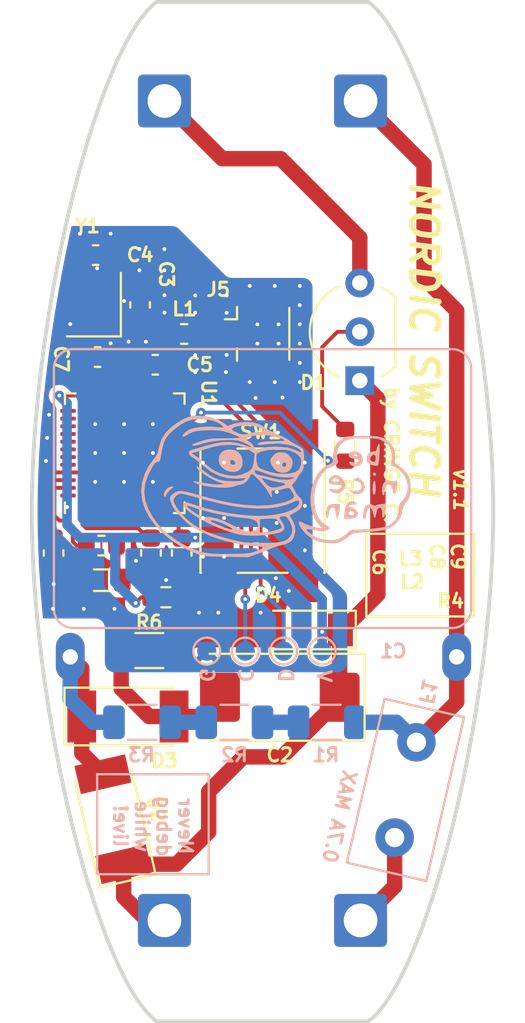
<source format=kicad_pcb>
(kicad_pcb (version 20240108) (generator "pcbnew") (generator_version "8.0")
  (title_block (title "Nordic switch") (date "2024-10-04") (rev "1.1a") (company "dossalab"))
  (layers (0 "F.Cu" signal) (31 "B.Cu" signal) (34 "B.Paste" user) (35 "F.Paste" user) (36 "B.SilkS" user "B.Silkscreen") (37 "F.SilkS" user "F.Silkscreen") (38 "B.Mask" user) (39 "F.Mask" user) (44 "Edge.Cuts" user))
  (net 0 "")
  (net 1 "Net-(J4-Pin_1)")
  (net 2 "Net-(D2-A)")
  (net 3 "+3V3")
  (net 4 "Net-(D3-A)")
  (net 5 "GND")
  (net 6 "Net-(U1-XC1)")
  (net 7 "Net-(U1-XC2)")
  (net 8 "Net-(U1-ANT)")
  (net 9 "Net-(U1-DEC4)")
  (net 10 "Net-(U1-DEC3)")
  (net 11 "Net-(U1-DEC1)")
  (net 12 "Net-(D1-G)")
  (net 13 "Net-(D1-A2)")
  (net 14 "Net-(J2-Pin_1)")
  (net 28 "/SWDIO")
  (net 29 "/SWDCLK")
  (net 32 "/TRIAC_GATE")
  (net 33 "/PUSH_BUTTON")
  (net 35 "/ANT_IMP_MATCHED")
  (net 42 "/DCC")
  (net 48 "Net-(L2-Pad2)")
  (net 49 "Net-(R1-Pad1)")
  (net 55 "Net-(R2-Pad1)")
  (footprint "Connector_Wire:SolderWire-1sqmm_1x01_D1.4mm_OD2.7mm" (layer "F.Cu") (at 149.5 78.4)
    (property "Reference" "J4" (hide yes))
    (property "Value" "Screw_Terminal_01x01")
    (pad "1" thru_hole roundrect (at 0 0) (size 2.75 2.75) (drill 1.75) (layers "*.Cu" "*.Mask") (roundrect_rratio 0.09090909091) (net 1 "Net-(J4-Pin_1)"))
  )
  (footprint "Connector_Wire:SolderWire-1sqmm_1x01_D1.4mm_OD2.7mm" (layer "F.Cu") (at 139.3 121)
    (property "Reference" "J1" (hide yes))
    (property "Value" "Screw_Terminal_01x01")
    (pad "1" thru_hole roundrect (at 0 0) (size 2.75 2.75) (drill 1.75) (layers "*.Cu" "*.Mask") (roundrect_rratio 0.09090909091) (net 3 "+3V3"))
  )
  (footprint "Connector_Wire:SolderWire-1sqmm_1x01_D1.4mm_OD2.7mm" (layer "F.Cu") (at 149.5 121)
    (property "Reference" "J2" (hide yes))
    (property "Value" "Screw_Terminal_01x01")
    (pad "1" thru_hole roundrect (at 0 0) (size 2.75 2.75) (drill 1.75) (layers "*.Cu" "*.Mask") (roundrect_rratio 0.09090909091) (net 14 "Net-(J2-Pin_1)"))
  )
  (footprint "Connector_Wire:SolderWire-1sqmm_1x01_D1.4mm_OD2.7mm" (layer "F.Cu") (at 139.3 78.4)
    (property "Reference" "J3" (hide yes))
    (property "Value" "Screw_Terminal_01x01")
    (pad "1" thru_hole roundrect (at 0 0) (size 2.75 2.75) (drill 1.75) (layers "*.Cu" "*.Mask") (roundrect_rratio 0.09090909091) (net 13 "Net-(D1-A2)"))
  )
  (footprint "Button_Switch_SMD:SW_SPST_PTS645" (layer "F.Cu") (at 144.4 99.7 -90)
    (property "Reference" "SW1" (at -4.1 0.1 0) (layer "F.SilkS") (effects (font (size 0.7 0.7))))
    (property "Value" "Control")
    (pad "1" smd rect (at -3.98 -2.25 270) (size 1.55 1.3) (layers "F.Cu" "F.Paste" "F.Mask") (net 5 "GND"))
    (pad "1" smd rect (at 3.98 -2.25 270) (size 1.55 1.3) (layers "F.Cu" "F.Paste" "F.Mask") (net 5 "GND"))
    (pad "2" smd rect (at -3.98 2.25 270) (size 1.55 1.3) (layers "F.Cu" "F.Paste" "F.Mask") (net 33 "/PUSH_BUTTON"))
    (pad "2" smd rect (at 3.98 2.25 270) (size 1.55 1.3) (layers "F.Cu" "F.Paste" "F.Mask") (net 33 "/PUSH_BUTTON"))
  )
  (footprint "Capacitor_SMD:C_0603_1608Metric" (layer "F.Cu") (at 133.533857 101.900316 -90)
    (property "Reference" "C6" (at -0.300316 -16.966143 -90) (layer "F.SilkS") (effects (font (size 0.7 0.7)) (justify left)))
    (property "Value" "1uF")
    (pad "1" smd roundrect (at -0.775 0 270) (size 0.9 0.95) (layers "F.Cu" "F.Paste" "F.Mask") (net 9 "Net-(U1-DEC4)"))
    (pad "2" smd roundrect (at 0.775 0 270) (size 0.9 0.95) (layers "F.Cu" "F.Paste" "F.Mask") (net 5 "GND"))
  )
  (footprint "Capacitor_SMD:C_0603_1608Metric" (layer "F.Cu") (at 135.821357 91.712816)
    (property "Reference" "C7" (at -1.8875 0.1 -90) (layer "F.SilkS") (effects (font (size 0.7 0.7))))
    (property "Value" "100pF")
    (pad "1" smd roundrect (at -0.775 0) (size 0.9 0.95) (layers "F.Cu" "F.Paste" "F.Mask") (net 10 "Net-(U1-DEC3)"))
    (pad "2" smd roundrect (at 0.775 0) (size 0.9 0.95) (layers "F.Cu" "F.Paste" "F.Mask") (net 5 "GND"))
  )
  (footprint "Capacitor_SMD:C_0603_1608Metric" (layer "F.Cu") (at 138.6 101.9 -90)
    (property "Reference" "C8" (at -0.600316 -14.866143 -90) (layer "F.SilkS") (effects (font (size 0.7 0.7)) (justify left)))
    (property "Value" "100n")
    (pad "1" smd roundrect (at -0.775 0 270) (size 0.9 0.95) (layers "F.Cu" "F.Paste" "F.Mask") (net 11 "Net-(U1-DEC1)"))
    (pad "2" smd roundrect (at 0.775 0 270) (size 0.9 0.95) (layers "F.Cu" "F.Paste" "F.Mask") (net 5 "GND"))
  )
  (footprint "Capacitor_SMD:C_0603_1608Metric" (layer "F.Cu") (at 140.2 101.9 -90)
    (property "Reference" "C9" (at -0.600316 -14.366143 -90) (layer "F.SilkS") (effects (font (size 0.7 0.7)) (justify left)))
    (property "Value" "100n")
    (pad "1" smd roundrect (at -0.775 0 270) (size 0.9 0.95) (layers "F.Cu" "F.Paste" "F.Mask") (net 3 "+3V3"))
    (pad "2" smd roundrect (at 0.775 0 270) (size 0.9 0.95) (layers "F.Cu" "F.Paste" "F.Mask") (net 5 "GND"))
  )
  (footprint "Capacitor_SMD:C_0603_1608Metric" (layer "F.Cu") (at 138.033857 89.000316 -90)
    (property "Reference" "C3" (at -1.600316 -1.366143 -90) (layer "F.SilkS") (effects (font (size 0.7 0.7))))
    (property "Value" "18pf")
    (pad "1" smd roundrect (at -0.775 0 270) (size 0.9 0.95) (layers "F.Cu" "F.Paste" "F.Mask") (net 5 "GND"))
    (pad "2" smd roundrect (at 0.775 0 270) (size 0.9 0.95) (layers "F.Cu" "F.Paste" "F.Mask") (net 6 "Net-(U1-XC1)"))
  )
  (footprint "Capacitor_SMD:C_0603_1608Metric" (layer "F.Cu") (at 135.721357 86.412816 180)
    (property "Reference" "C4" (at -2.3125 0.012816 0) (layer "F.SilkS") (effects (font (size 0.7 0.7))))
    (property "Value" "18pf")
    (pad "1" smd roundrect (at -0.775 0 180) (size 0.9 0.95) (layers "F.Cu" "F.Paste" "F.Mask") (net 5 "GND"))
    (pad "2" smd roundrect (at 0.775 0 180) (size 0.9 0.95) (layers "F.Cu" "F.Paste" "F.Mask") (net 7 "Net-(U1-XC2)"))
  )
  (footprint "Inductor_SMD:L_0603_1608Metric" (layer "F.Cu") (at 136.021357 101.512816 180)
    (property "Reference" "L3" (at -15.378643 -0.687184 0) (layer "F.SilkS") (effects (font (size 0.7 0.7)) (justify left)))
    (property "Value" "15nH")
    (pad "1" smd roundrect (at -0.7875 0 180) (size 0.875 0.95) (layers "F.Cu" "F.Paste" "F.Mask") (net 48 "Net-(L2-Pad2)"))
    (pad "2" smd roundrect (at 0.7875 0 180) (size 0.875 0.95) (layers "F.Cu" "F.Paste" "F.Mask") (net 42 "/DCC"))
  )
  (footprint "Package_DFN_QFN:QFN-48-1EP_6x6mm_P0.4mm_EP4.6x4.6mm" (layer "F.Cu") (at 137.233857 96.712816 90)
    (property "Reference" "U1" (at 3.112816 4.366143 -90) (layer "F.SilkS") (effects (font (size 0.7 0.7))))
    (property "Value" "nRF52832-QFxx")
    (pad "1" smd roundrect (at -2.95 -2.2 90) (size 0.8 0.2) (layers "F.Cu" "F.Paste" "F.Mask") (net 11 "Net-(U1-DEC1)"))
    (pad "2" smd roundrect (at -2.95 -1.8 90) (size 0.8 0.2) (layers "F.Cu" "F.Paste" "F.Mask"))
    (pad "3" smd roundrect (at -2.95 -1.4 90) (size 0.8 0.2) (layers "F.Cu" "F.Paste" "F.Mask"))
    (pad "4" smd roundrect (at -2.95 -1 90) (size 0.8 0.2) (layers "F.Cu" "F.Paste" "F.Mask"))
    (pad "5" smd roundrect (at -2.95 -0.6 90) (size 0.8 0.2) (layers "F.Cu" "F.Paste" "F.Mask"))
    (pad "6" smd roundrect (at -2.95 -0.2 90) (size 0.8 0.2) (layers "F.Cu" "F.Paste" "F.Mask"))
    (pad "7" smd roundrect (at -2.95 0.2 90) (size 0.8 0.2) (layers "F.Cu" "F.Paste" "F.Mask"))
    (pad "8" smd roundrect (at -2.95 0.6 90) (size 0.8 0.2) (layers "F.Cu" "F.Paste" "F.Mask"))
    (pad "9" smd roundrect (at -2.95 1 90) (size 0.8 0.2) (layers "F.Cu" "F.Paste" "F.Mask"))
    (pad "10" smd roundrect (at -2.95 1.4 90) (size 0.8 0.2) (layers "F.Cu" "F.Paste" "F.Mask"))
    (pad "11" smd roundrect (at -2.95 1.8 90) (size 0.8 0.2) (layers "F.Cu" "F.Paste" "F.Mask"))
    (pad "12" smd roundrect (at -2.95 2.2 90) (size 0.8 0.2) (layers "F.Cu" "F.Paste" "F.Mask"))
    (pad "13" smd roundrect (at -2.2 2.95 90) (size 0.2 0.8) (layers "F.Cu" "F.Paste" "F.Mask") (net 3 "+3V3"))
    (pad "14" smd roundrect (at -1.8 2.95 90) (size 0.2 0.8) (layers "F.Cu" "F.Paste" "F.Mask"))
    (pad "15" smd roundrect (at -1.4 2.95 90) (size 0.2 0.8) (layers "F.Cu" "F.Paste" "F.Mask"))
    (pad "16" smd roundrect (at -1 2.95 90) (size 0.2 0.8) (layers "F.Cu" "F.Paste" "F.Mask"))
    (pad "17" smd roundrect (at -0.6 2.95 90) (size 0.2 0.8) (layers "F.Cu" "F.Paste" "F.Mask"))
    (pad "18" smd roundrect (at -0.2 2.95 90) (size 0.2 0.8) (layers "F.Cu" "F.Paste" "F.Mask"))
    (pad "19" smd roundrect (at 0.2 2.95 90) (size 0.2 0.8) (layers "F.Cu" "F.Paste" "F.Mask"))
    (pad "20" smd roundrect (at 0.6 2.95 90) (size 0.2 0.8) (layers "F.Cu" "F.Paste" "F.Mask"))
    (pad "21" smd roundrect (at 1 2.95 90) (size 0.2 0.8) (layers "F.Cu" "F.Paste" "F.Mask"))
    (pad "22" smd roundrect (at 1.4 2.95 90) (size 0.2 0.8) (layers "F.Cu" "F.Paste" "F.Mask") (net 33 "/PUSH_BUTTON"))
    (pad "23" smd roundrect (at 1.8 2.95 90) (size 0.2 0.8) (layers "F.Cu" "F.Paste" "F.Mask") (net 32 "/TRIAC_GATE"))
    (pad "24" smd roundrect (at 2.2 2.95 90) (size 0.2 0.8) (layers "F.Cu" "F.Paste" "F.Mask"))
    (pad "25" smd roundrect (at 2.95 2.2 90) (size 0.8 0.2) (layers "F.Cu" "F.Paste" "F.Mask") (net 29 "/SWDCLK"))
    (pad "26" smd roundrect (at 2.95 1.8 90) (size 0.8 0.2) (layers "F.Cu" "F.Paste" "F.Mask") (net 28 "/SWDIO"))
    (pad "27" smd roundrect (at 2.95 1.4 90) (size 0.8 0.2) (layers "F.Cu" "F.Paste" "F.Mask"))
    (pad "28" smd roundrect (at 2.95 1 90) (size 0.8 0.2) (layers "F.Cu" "F.Paste" "F.Mask"))
    (pad "29" smd roundrect (at 2.95 0.6 90) (size 0.8 0.2) (layers "F.Cu" "F.Paste" "F.Mask"))
    (pad "30" smd roundrect (at 2.95 0.2 90) (size 0.8 0.2) (layers "F.Cu" "F.Paste" "F.Mask") (net 8 "Net-(U1-ANT)"))
    (pad "31" smd roundrect (at 2.95 -0.2 90) (size 0.8 0.2) (layers "F.Cu" "F.Paste" "F.Mask") (net 5 "GND"))
    (pad "32" smd roundrect (at 2.95 -0.6 90) (size 0.8 0.2) (layers "F.Cu" "F.Paste" "F.Mask"))
    (pad "33" smd roundrect (at 2.95 -1 90) (size 0.8 0.2) (layers "F.Cu" "F.Paste" "F.Mask") (net 10 "Net-(U1-DEC3)"))
    (pad "34" smd roundrect (at 2.95 -1.4 90) (size 0.8 0.2) (layers "F.Cu" "F.Paste" "F.Mask") (net 6 "Net-(U1-XC1)"))
    (pad "35" smd roundrect (at 2.95 -1.8 90) (size 0.8 0.2) (layers "F.Cu" "F.Paste" "F.Mask") (net 7 "Net-(U1-XC2)"))
    (pad "36" smd roundrect (at 2.95 -2.2 90) (size 0.8 0.2) (layers "F.Cu" "F.Paste" "F.Mask") (net 3 "+3V3"))
    (pad "37" smd roundrect (at 2.2 -2.95 90) (size 0.2 0.8) (layers "F.Cu" "F.Paste" "F.Mask"))
    (pad "38" smd roundrect (at 1.8 -2.95 90) (size 0.2 0.8) (layers "F.Cu" "F.Paste" "F.Mask"))
    (pad "39" smd roundrect (at 1.4 -2.95 90) (size 0.2 0.8) (layers "F.Cu" "F.Paste" "F.Mask"))
    (pad "40" smd roundrect (at 1 -2.95 90) (size 0.2 0.8) (layers "F.Cu" "F.Paste" "F.Mask"))
    (pad "41" smd roundrect (at 0.6 -2.95 90) (size 0.2 0.8) (layers "F.Cu" "F.Paste" "F.Mask"))
    (pad "42" smd roundrect (at 0.2 -2.95 90) (size 0.2 0.8) (layers "F.Cu" "F.Paste" "F.Mask"))
    (pad "43" smd roundrect (at -0.2 -2.95 90) (size 0.2 0.8) (layers "F.Cu" "F.Paste" "F.Mask"))
    (pad "44" smd roundrect (at -0.6 -2.95 90) (size 0.2 0.8) (layers "F.Cu" "F.Paste" "F.Mask"))
    (pad "45" smd roundrect (at -1 -2.95 90) (size 0.2 0.8) (layers "F.Cu" "F.Paste" "F.Mask") (net 5 "GND"))
    (pad "46" smd roundrect (at -1.4 -2.95 90) (size 0.2 0.8) (layers "F.Cu" "F.Paste" "F.Mask") (net 9 "Net-(U1-DEC4)"))
    (pad "47" smd roundrect (at -1.8 -2.95 90) (size 0.2 0.8) (layers "F.Cu" "F.Paste" "F.Mask") (net 42 "/DCC"))
    (pad "48" smd roundrect (at -2.2 -2.95 90) (size 0.2 0.8) (layers "F.Cu" "F.Paste" "F.Mask") (net 3 "+3V3"))
    (pad "49" smd rect (at 0 0 90) (size 4.6 4.6) (layers "F.Cu" "F.Mask") (net 5 "GND"))
  )
  (footprint "Crystal:Crystal_SMD_2520-4Pin_2.5x2.0mm" (layer "F.Cu") (at 135.633857 88.987816 90)
    (property "Reference" "Y1" (at 4.087816 -0.333857 0) (layer "F.SilkS") (effects (font (size 0.7 0.7))))
    (property "Value" "Crystal_GND24")
    (pad "1" smd rect (at -0.875 0.7 90) (size 1.15 1) (layers "F.Cu" "F.Paste" "F.Mask") (net 6 "Net-(U1-XC1)"))
    (pad "2" smd rect (at 0.875 0.7 90) (size 1.15 1) (layers "F.Cu" "F.Paste" "F.Mask") (net 5 "GND"))
    (pad "3" smd rect (at 0.875 -0.7 90) (size 1.15 1) (layers "F.Cu" "F.Paste" "F.Mask") (net 7 "Net-(U1-XC2)"))
    (pad "4" smd rect (at -0.875 -0.7 90) (size 1.15 1) (layers "F.Cu" "F.Paste" "F.Mask") (net 5 "GND"))
  )
  (footprint "Capacitor_Tantalum_SMD:CP_EIA-7343-30_AVX-N" (layer "F.Cu") (at 145.3 109.4 180)
    (property "Reference" "C2" (at 0 -3 0) (layer "F.SilkS") (effects (font (size 0.7 0.7))))
    (property "Value" "220uF 10V")
    (pad "1" smd roundrect (at -3.1125 0 180) (size 2.075 2.55) (layers "F.Cu" "F.Paste" "F.Mask") (roundrect_rratio 0.1204819277) (net 3 "+3V3"))
    (pad "2" smd roundrect (at 3.1125 0 180) (size 2.075 2.55) (layers "F.Cu" "F.Paste" "F.Mask") (roundrect_rratio 0.1204819277) (net 4 "Net-(D3-A)"))
  )
  (footprint "Diode_SMD:D_MiniMELF" (layer "F.Cu") (at 146.7 105.9 180)
    (property "Reference" "D4" (at 2 1.8 0) (layer "F.SilkS") (effects (font (size 0.7 0.7))))
    (property "Value" "3v3")
    (pad "1" smd rect (at -1.75 0 180) (size 1.3 1.7) (layers "F.Cu" "F.Paste" "F.Mask") (net 3 "+3V3"))
    (pad "2" smd rect (at 1.75 0 180) (size 1.3 1.7) (layers "F.Cu" "F.Paste" "F.Mask") (net 5 "GND"))
  )
  (footprint "Diode_SMD:D_MELF" (layer "F.Cu") (at 136.639883 115.738488 103)
    (property "Reference" "D2" (at 0 2.3 -77) (layer "F.SilkS") (effects (font (size 0.7 0.7))))
    (property "Value" "SM4007")
    (pad "1" smd rect (at -2.4 0 103) (size 1.5 2.7) (layers "F.Cu" "F.Paste" "F.Mask") (net 3 "+3V3"))
    (pad "2" smd rect (at 2.4 0 103) (size 1.5 2.7) (layers "F.Cu" "F.Paste" "F.Mask") (net 2 "Net-(D2-A)"))
  )
  (footprint "Diode_SMD:D_MELF" (layer "F.Cu") (at 137.4 110.4)
    (property "Reference" "D3" (at 1.9 2.3 0) (layer "F.SilkS") (effects (font (size 0.7 0.7))))
    (property "Value" "SM4007")
    (pad "1" smd rect (at -2.4 0) (size 1.5 2.7) (layers "F.Cu" "F.Paste" "F.Mask") (net 2 "Net-(D2-A)"))
    (pad "2" smd rect (at 2.4 0) (size 1.5 2.7) (layers "F.Cu" "F.Paste" "F.Mask") (net 4 "Net-(D3-A)"))
  )
  (footprint "Resistor_SMD:R_1206_3216Metric" (layer "F.Cu") (at 138.51 106.97 180)
    (property "Reference" "R6" (at 0.01 1.47 0) (layer "F.SilkS") (effects (font (size 0.7 0.7))))
    (property "Value" "51R")
    (pad "1" smd roundrect (at -1.4625 0 180) (size 1.125 1.75) (layers "F.Cu" "F.Paste" "F.Mask") (roundrect_rratio 0.2222222222) (net 5 "GND"))
    (pad "2" smd roundrect (at 1.4625 0 180) (size 1.125 1.75) (layers "F.Cu" "F.Paste" "F.Mask") (roundrect_rratio 0.2222222222) (net 4 "Net-(D3-A)"))
  )
  (footprint "Resistor_SMD:R_0603_1608Metric" (layer "F.Cu") (at 148.7 96.3 -90)
    (property "Reference" "R5" (at 2.4 0 -90) (layer "F.SilkS") (effects (font (size 0.7 0.7))))
    (property "Value" "1K")
    (pad "1" smd roundrect (at -0.825 0 270) (size 0.8 0.95) (layers "F.Cu" "F.Paste" "F.Mask") (net 12 "Net-(D1-G)"))
    (pad "2" smd roundrect (at 0.825 0 270) (size 0.8 0.95) (layers "F.Cu" "F.Paste" "F.Mask") (net 32 "/TRIAC_GATE"))
  )
  (footprint "Package_TO_SOT_THT:TO-92_Inline_Wide" (layer "F.Cu") (at 149.46 92.94 90)
    (property "Reference" "D1" (at -0.1 -2.4 0) (layer "F.SilkS") (effects (font (size 0.7 0.7))))
    (property "Value" "Z0103")
    (pad "1" thru_hole rect (at 0 0 90) (size 1.5 1.5) (drill 0.8) (layers "*.Cu" "*.Mask") (net 3 "+3V3"))
    (pad "2" thru_hole circle (at 2.54 0 90) (size 1.5 1.5) (drill 0.8) (layers "*.Cu" "*.Mask") (net 12 "Net-(D1-G)"))
    (pad "3" thru_hole circle (at 5.08 0 90) (size 1.5 1.5) (drill 0.8) (layers "*.Cu" "*.Mask") (net 13 "Net-(D1-A2)"))
  )
  (footprint "Resistor_SMD:R_0603_1608Metric" (layer "F.Cu") (at 139.375 104.2 180)
    (property "Reference" "R4" (at -14.025 -0.2 0) (layer "F.SilkS") (effects (font (size 0.7 0.7)) (justify left)))
    (property "Value" "100k")
    (pad "1" smd roundrect (at -0.825 0 180) (size 0.8 0.95) (layers "F.Cu" "F.Paste" "F.Mask") (net 33 "/PUSH_BUTTON"))
    (pad "2" smd roundrect (at 0.825 0 180) (size 0.8 0.95) (layers "F.Cu" "F.Paste" "F.Mask") (net 3 "+3V3"))
  )
  (footprint "Connector_Coaxial:U.FL_Hirose_U.FL-R-SMT-1_Vertical" (layer "F.Cu") (at 143.958857 90.507816)
    (property "Reference" "J5" (at -1.858857 -2.307816 0) (layer "F.SilkS") (effects (font (size 0.7 0.7))))
    (property "Value" "IPX")
    (pad "1" smd rect (at -1.05 0) (size 1.05 1) (layers "F.Cu" "F.Paste" "F.Mask") (net 35 "/ANT_IMP_MATCHED"))
    (pad "2" smd rect (at 0.475 -1.475) (size 2.2 1.05) (layers "F.Cu" "F.Paste" "F.Mask") (net 5 "GND"))
    (pad "2" smd rect (at 0.475 1.475) (size 2.2 1.05) (layers "F.Cu" "F.Paste" "F.Mask") (net 5 "GND"))
  )
  (footprint "MountingHole:MountingHole_3.2mm_M3" (layer "F.Cu") (at 144.4 84.25)
    (property "Reference" "H1" (hide yes))
    (property "Value" "MountingHole")
    (pad "" np_thru_hole circle (at 0 0) (size 3.2 3.2) (drill 3.2) (layers "*.Cu" "*.Mask"))
  )
  (footprint "MountingHole:MountingHole_3.2mm_M3" (layer "F.Cu") (at 144.4 115.25)
    (property "Reference" "H2" (hide yes))
    (property "Value" "MountingHole")
    (pad "" np_thru_hole circle (at 0 0) (size 3.2 3.2) (drill 3.2) (layers "*.Cu" "*.Mask"))
  )
  (footprint "Capacitor_SMD:C_0603_1608Metric" (layer "F.Cu") (at 138.821357 92.112816 180)
    (property "Reference" "C5" (at -2.3125 0 0) (layer "F.SilkS") (effects (font (size 0.7 0.7))))
    (property "Value" "0.8pF")
    (pad "1" smd roundrect (at -0.775 0 180) (size 0.9 0.95) (layers "F.Cu" "F.Paste" "F.Mask") (net 8 "Net-(U1-ANT)"))
    (pad "2" smd roundrect (at 0.775 0 180) (size 0.9 0.95) (layers "F.Cu" "F.Paste" "F.Mask") (net 5 "GND"))
  )
  (footprint "Inductor_SMD:L_0603_1608Metric" (layer "F.Cu") (at 140.321357 90.512816)
    (property "Reference" "L1" (at 0.0125 -1.3 0) (layer "F.SilkS") (effects (font (size 0.7 0.7))))
    (property "Value" "3.9nH")
    (pad "1" smd roundrect (at -0.7875 0) (size 0.875 0.95) (layers "F.Cu" "F.Paste" "F.Mask") (net 8 "Net-(U1-ANT)"))
    (pad "2" smd roundrect (at 0.7875 0) (size 0.875 0.95) (layers "F.Cu" "F.Paste" "F.Mask") (net 35 "/ANT_IMP_MATCHED"))
  )
  (footprint "Inductor_SMD:L_0805_2012Metric" (layer "F.Cu") (at 136.0375 103.312816)
    (property "Reference" "L2" (at 15.428643 0.087184 0) (layer "F.SilkS") (effects (font (size 0.7 0.7)) (justify left)))
    (property "Value" "10uH")
    (pad "1" smd roundrect (at -1.0625 0) (size 0.875 1.2) (layers "F.Cu" "F.Paste" "F.Mask") (net 9 "Net-(U1-DEC4)"))
    (pad "2" smd roundrect (at 1.0625 0) (size 0.875 1.2) (layers "F.Cu" "F.Paste" "F.Mask") (net 48 "Net-(L2-Pad2)"))
  )
  (footprint "nordic-switch:CP_CBB_684J_400V_Flat" (layer "B.Cu") (at 144.4 107.4 180)
    (property "Reference" "C1" (at -6.8 0.4 0) (layer "B.SilkS") (effects (font (size 0.7 0.7)) (justify mirror)))
    (property "Value" "220n 600V")
    (pad "1" thru_hole oval (at -10.1 0.1 180) (size 1.5 2.5) (drill 0.8) (layers "*.Cu" "*.Mask") (net 1 "Net-(J4-Pin_1)"))
    (pad "2" thru_hole oval (at 10 0.1 180) (size 1.5 2.5) (drill 0.8) (layers "*.Cu" "*.Mask") (net 2 "Net-(D2-A)"))
  )
  (footprint "TestPoint:TestPoint_Pad_D1.0mm" (layer "B.Cu") (at 143.5 107)
    (property "Reference" "TP1" (hide yes))
    (property "Value" "SWCLK")
    (pad "1" smd circle (at 0 0) (size 1 1) (layers "B.Cu" "B.Mask") (net 29 "/SWDCLK"))
  )
  (footprint "TestPoint:TestPoint_Pad_D1.0mm" (layer "B.Cu") (at 145.5 107)
    (property "Reference" "TP2" (hide yes))
    (property "Value" "SWDIO")
    (pad "1" smd circle (at 0 0) (size 1 1) (layers "B.Cu" "B.Mask") (net 28 "/SWDIO"))
  )
  (footprint "TestPoint:TestPoint_Pad_D1.0mm" (layer "B.Cu") (at 141.5 107)
    (property "Reference" "TP4" (hide yes))
    (property "Value" "GND")
    (pad "1" smd circle (at 0 0) (size 1 1) (layers "B.Cu" "B.Mask") (net 5 "GND"))
  )
  (footprint "nordic-switch:Pepe-Logo" (layer "B.Cu") (at 145.1 98.4 180)
    (property "Reference" "G***" (hide yes))
    (property "Value" "LOGO" (hide yes))
  )
  (footprint "Fuse:Fuse_Littelfuse_395Series" (layer "B.Cu") (at 152.405141 111.740509 -103)
    (property "Reference" "F1" (at -2.706647 0.014372 -103) (layer "B.SilkS") (effects (font (size 0.7 0.7)) (justify mirror)))
    (property "Value" "0.7A")
    (pad "1" thru_hole circle (at 0 0 257) (size 2 2) (drill 1) (layers "*.Cu" "*.Mask") (net 1 "Net-(J4-Pin_1)"))
    (pad "2" thru_hole circle (at 5.08 -0.01 257) (size 2 2) (drill 1) (layers "*.Cu" "*.Mask") (net 14 "Net-(J2-Pin_1)"))
  )
  (footprint "Resistor_SMD:R_1206_3216Metric" (layer "B.Cu") (at 147.7375 110.7)
    (property "Reference" "R1" (at -0.0375 1.7 0) (layer "B.SilkS") (effects (font (size 0.7 0.7)) (justify mirror)))
    (property "Value" "470K")
    (pad "1" smd roundrect (at -1.4625 0) (size 1.125 1.75) (layers "B.Cu" "B.Paste" "B.Mask") (roundrect_rratio 0.2222222222) (net 49 "Net-(R1-Pad1)"))
    (pad "2" smd roundrect (at 1.4625 0) (size 1.125 1.75) (layers "B.Cu" "B.Paste" "B.Mask") (roundrect_rratio 0.2222222222) (net 1 "Net-(J4-Pin_1)"))
  )
  (footprint "Resistor_SMD:R_1206_3216Metric" (layer "B.Cu") (at 142.9375 110.7)
    (property "Reference" "R2" (at 0 1.7 0) (layer "B.SilkS") (effects (font (size 0.7 0.7)) (justify mirror)))
    (property "Value" "470K")
    (pad "1" smd roundrect (at -1.4625 0) (size 1.125 1.75) (layers "B.Cu" "B.Paste" "B.Mask") (roundrect_rratio 0.2222222222) (net 55 "Net-(R2-Pad1)"))
    (pad "2" smd roundrect (at 1.4625 0) (size 1.125 1.75) (layers "B.Cu" "B.Paste" "B.Mask") (roundrect_rratio 0.2222222222) (net 49 "Net-(R1-Pad1)"))
  )
  (footprint "TestPoint:TestPoint_Pad_D1.0mm" (layer "B.Cu") (at 147.5 107 180)
    (property "Reference" "TP3" (hide yes))
    (property "Value" "VCC")
    (pad "1" smd circle (at 0 0 180) (size 1 1) (layers "B.Cu" "B.Mask") (net 3 "+3V3"))
  )
  (footprint "Resistor_SMD:R_1206_3216Metric" (layer "B.Cu") (at 138.1375 110.7)
    (property "Reference" "R3" (at -0.0375 1.7 0) (layer "B.SilkS") (effects (font (size 0.7 0.7)) (justify mirror)))
    (property "Value" "470K")
    (pad "1" smd roundrect (at -1.4625 0) (size 1.125 1.75) (layers "B.Cu" "B.Paste" "B.Mask") (roundrect_rratio 0.2222222222) (net 2 "Net-(D2-A)"))
    (pad "2" smd roundrect (at 1.4625 0) (size 1.125 1.75) (layers "B.Cu" "B.Paste" "B.Mask") (roundrect_rratio 0.2222222222) (net 55 "Net-(R2-Pad1)"))
  )
  (gr_rect (start 135.8 113.4) (end 141.6 118.6) (stroke (width 0.12)) (fill none) (layer "B.SilkS"))
  (gr_rect (start 149.8 100.9) (end 155.4 105.2) (stroke (width 0.12)) (fill none) (layer "F.SilkS"))
  (gr_curve (pts (xy 138.9 126.25) (xy 135.8727 124.0723) (xy 132.4 110.1927) (xy 132.4 99.75)) (stroke (width 0.2)) (layer "Edge.Cuts"))
  (gr_curve (pts (xy 156.4 99.75) (xy 156.4 110.1927) (xy 152.9273 124.0723) (xy 149.9 126.25)) (stroke (width 0.2)) (layer "Edge.Cuts"))
  (gr_curve (pts (xy 149.9 126.25) (xy 149.9 126.25) (xy 138.9 126.25) (xy 138.9 126.25)) (stroke (width 0.2)) (layer "Edge.Cuts"))
  (gr_curve (pts (xy 149.9 73.25) (xy 152.9273 75.4277) (xy 156.4 89.3073) (xy 156.4 99.75)) (stroke (width 0.2)) (layer "Edge.Cuts"))
  (gr_curve (pts (xy 132.4 99.75) (xy 132.4 89.3073) (xy 135.8727 75.4277) (xy 138.9 73.25)) (stroke (width 0.2)) (layer "Edge.Cuts"))
  (gr_curve (pts (xy 138.9 73.25) (xy 138.9 73.25) (xy 149.9 73.25) (xy 149.9 73.25)) (stroke (width 0.2)) (layer "Edge.Cuts"))
  (gr_text "G" (at 141.5 108.7 270) (layer "B.SilkS") (effects (font (size 0.7 0.7)) (justify left mirror)))
  (gr_text "D" (at 145.6 108.7 270) (layer "B.SilkS") (effects (font (size 0.7 0.7)) (justify left mirror)))
  (gr_text "V" (at 147.6 108.7 270) (layer "B.SilkS") (effects (font (size 0.7 0.7)) (justify left mirror)))
  (gr_text "0.7A MAX" (at 148.4 115.6 257) (layer "B.SilkS") (effects (font (size 0.7 0.7)) (justify mirror)))
  (gr_text "C" (at 143.5 108.7 270) (layer "B.SilkS") (effects (font (size 0.7 0.7)) (justify left mirror)))
  (gr_text "Never\ndebug\nwhile\nlive!\n" (at 138.7 116.1 270) (layer "B.SilkS") (effects (font (size 0.7 0.7)) (justify mirror)))
  (gr_text "NORDIC SWITCH" (at 152.8 90.8 270) (layer "F.SilkS") (effects (font (size 1.4 1.4) (thickness 0.3) (italic yes))))
  (gr_text "by CRINGE C." (at 151.1 96.8 270) (layer "F.SilkS") (effects (font (size 0.7 0.7))))
  (gr_text "v1.1" (at 154.7 98.6 270) (layer "F.SilkS") (effects (font (size 0.7 0.7) (thickness 0.15) (italic yes))))
  (segment (start 154.5 89.3) (end 154.5 107.3) (width 0.8) (layer "F.Cu") (net 1))
  (segment (start 152.8 87.6) (end 154.5 89.3) (width 0.8) (layer "F.Cu") (net 1))
  (segment (start 154.5 109.64565) (end 152.405141 111.740509) (width 0.8) (layer "F.Cu") (net 1))
  (segment (start 149.5 78.4) (end 152.8 81.7) (width 0.8) (layer "F.Cu") (net 1))
  (segment (start 154.5 107.3) (end 154.5 109.64565) (width 0.8) (layer "F.Cu") (net 1))
  (segment (start 152.8 81.7) (end 152.8 87.6) (width 0.8) (layer "F.Cu") (net 1))
  (segment (start 151.364632 110.7) (end 152.405141 111.740509) (width 0.8) (layer "B.Cu") (net 1))
  (segment (start 149.2 110.7) (end 151.364632 110.7) (width 0.8) (layer "B.Cu") (net 1))
  (segment (start 136.1 113.4) (end 135 112.3) (width 0.8) (layer "F.Cu") (net 2))
  (segment (start 134.4 107.3) (end 135 107.9) (width 0.8) (layer "F.Cu") (net 2))
  (segment (start 135 112.3) (end 135 110.4) (width 0.8) (layer "F.Cu") (net 2))
  (segment (start 135 107.9) (end 135 110.4) (width 0.8) (layer "F.Cu") (net 2))
  (segment (start 135.6 110.7) (end 136.675 110.7) (width 0.8) (layer "B.Cu") (net 2))
  (segment (start 134.4 107.3) (end 134.4 109.5) (width 0.8) (layer "B.Cu") (net 2))
  (segment (start 134.4 109.5) (end 135.6 110.7) (width 0.8) (layer "B.Cu") (net 2))
  (segment (start 134.983857 93.712816) (end 135.033857 93.762816) (width 0.2) (layer "F.Cu") (net 3))
  (segment (start 148.4125 106.0375) (end 150.4 104.05) (width 0.8) (layer "F.Cu") (net 3))
  (segment (start 141.6 116.4) (end 139.923024 118.076976) (width 0.8) (layer "F.Cu") (net 3))
  (segment (start 140.9 101.1) (end 140.874684 101.125316) (width 0.2) (layer "F.Cu") (net 3))
  (segment (start 140.033857 101.125316) (end 140.033857 100.333857) (width 0.2) (layer "F.Cu") (net 3))
  (segment (start 148.4125 106.0375) (end 148.45 106) (width 0.8) (layer "F.Cu") (net 3))
  (segment (start 138.1 104.2) (end 137.8 104.5) (width 0.2) (layer "F.Cu") (net 3))
  (segment (start 139.923024 118.076976) (end 137.179766 118.076976) (width 0.8) (layer "F.Cu") (net 3))
  (segment (start 134.233857 98.962816) (end 134.283857 98.912816) (width 0.2) (layer "F.Cu") (net 3))
  (segment (start 133.833857 93.712816) (end 134.983857 93.712816) (width 0.2) (layer "F.Cu") (net 3))
  (segment (start 145.4125 112.5) (end 143.4 112.5) (width 0.8) (layer "F.Cu") (net 3))
  (segment (start 150.4 93.88) (end 149.46 92.94) (width 0.8) (layer "F.Cu") (net 3))
  (segment (start 148.4125 106.0375) (end 148.4125 109.5) (width 0.8) (layer "F.Cu") (net 3))
  (segment (start 150.4 104.05) (end 150.4 93.88) (width 0.8) (layer "F.Cu") (net 3))
  (segment (start 148.4125 109.5) (end 145.4125 112.5) (width 0.8) (layer "F.Cu") (net 3))
  (segment (start 134.233857 99.512816) (end 134.233857 98.962816) (width 0.2) (layer "F.Cu") (net 3))
  (segment (start 140.183857 100.183857) (end 140.183857 98.912816) (width 0.2) (layer "F.Cu") (net 3))
  (segment (start 137.179766 119.779766) (end 137.179766 118.076976) (width 0.8) (layer "F.Cu") (net 3))
  (segment (start 148.25 106) (end 148.5 105.75) (width 0.8) (layer "F.Cu") (net 3))
  (segment (start 138.3 120.9) (end 137.179766 119.779766) (width 0.8) (layer "F.Cu") (net 3))
  (segment (start 140.874684 101.125316) (end 140.033857 101.125316) (width 0.2) (layer "F.Cu") (net 3))
  (segment (start 147.5 106) (end 148.45 106) (width 0.5) (layer "F.Cu") (net 3))
  (segment (start 143.4 112.5) (end 141.6 114.3) (width 0.8) (layer "F.Cu") (net 3))
  (segment (start 138.55 104.2) (end 138.1 104.2) (width 0.2) (layer "F.Cu") (net 3))
  (segment (start 139.3 121) (end 138.3 121) (width 0.8) (layer "F.Cu") (net 3))
  (segment (start 141.6 114.3) (end 141.6 116.4) (width 0.8) (layer "F.Cu") (net 3))
  (segment (start 140.033857 100.333857) (end 140.183857 100.183857) (width 0.2) (layer "F.Cu") (net 3))
  (via (at 147.5 106) (size 0.5) (drill 0.2) (layers "F.Cu" "B.Cu") (net 3))
  (via (at 140.9 101.1) (size 0.5) (drill 0.2) (layers "F.Cu" "B.Cu") (net 3))
  (via (at 137.8 104.5) (size 0.5) (drill 0.2) (layers "F.Cu" "B.Cu") (net 3))
  (via (at 133.833857 93.712816) (size 0.5) (drill 0.2) (layers "F.Cu" "B.Cu") (net 3))
  (via (at 134.233857 99.512816) (size 0.5) (drill 0.2) (layers "F.Cu" "B.Cu") (net 3))
  (segment (start 136.72 101.11) (end 136.72 103.42) (width 0.5) (layer "B.Cu") (net 3))
  (segment (start 144.3 101.1) (end 145.4 102.2) (width 0.5) (layer "B.Cu") (net 3))
  (segment (start 134.233857 94.112816) (end 133.833857 93.712816) (width 0.5) (layer "B.Cu") (net 3))
  (segment (start 137.5 101.1) (end 134.9 101.1) (width 0.5) (layer "B.Cu") (net 3))
  (segment (start 136.72 103.42) (end 137.8 104.5) (width 0.5) (layer "B.Cu") (net 3))
  (segment (start 140.9 101.1) (end 137.5 101.1) (width 0.5) (layer "B.Cu") (net 3))
  (segment (start 140.9 101.1) (end 144.3 101.1) (width 0.5) (layer "B.Cu") (net 3))
  (segment (start 134.9 101.1) (end 134.233857 100.433857) (width 0.5) (layer "B.Cu") (net 3))
  (segment (start 147.5 104.3) (end 147.5 106) (width 0.5) (layer "B.Cu") (net 3))
  (segment (start 147.5 106) (end 147.5 107) (width 0.5) (layer "B.Cu") (net 3))
  (segment (start 145.4 102.2) (end 147.5 104.3) (width 0.5) (layer "B.Cu") (net 3))
  (segment (start 134.233857 100.433857) (end 134.233857 94.112816) (width 0.5) (layer "B.Cu") (net 3))
  (segment (start 139.8 110.4) (end 141.1875 110.4) (width 0.8) (layer "F.Cu") (net 4))
  (segment (start 137.0475 108.9475) (end 138.5 110.4) (width 0.8) (layer "F.Cu") (net 4))
  (segment (start 141.1875 110.4) (end 142.1875 109.4) (width 0.8) (layer "F.Cu") (net 4))
  (segment (start 138.5 110.4) (end 139.8 110.4) (width 0.8) (layer "F.Cu") (net 4))
  (segment (start 137.0475 106.97) (end 137.0475 108.9475) (width 0.8) (layer "F.Cu") (net 4))
  (segment (start 137.033857 93.762816) (end 137.033857 96.512816) (width 0.2) (layer "F.Cu") (net 5))
  (segment (start 136.233857 97.712816) (end 137.233857 96.712816) (width 0.2) (layer "F.Cu") (net 5))
  (segment (start 135.534346 88.988305) (end 135.808368 88.988305) (width 0.2) (layer "F.Cu") (net 5))
  (segment (start 137.033857 93.762816) (end 137.033857 93.012816) (width 0.2) (layer "F.Cu") (net 5))
  (segment (start 134.283857 97.712816) (end 136.233857 97.712816) (width 0.2) (layer "F.Cu") (net 5))
  (segment (start 134.933857 89.862816) (end 134.933857 89.588794) (width 0.2) (layer "F.Cu") (net 5))
  (segment (start 137.033857 96.512816) (end 137.233857 96.712816) (width 0.2) (layer "F.Cu") (net 5))
  (segment (start 134.283857 97.712816) (end 133.333857 97.712816) (width 0.2) (layer "F.Cu") (net 5))
  (segment (start 137.033857 93.012816) (end 137.933857 92.112816) (width 0.2) (layer "F.Cu") (net 5))
  (segment (start 134.933857 89.588794) (end 135.534346 88.988305) (width 0.2) (layer "F.Cu") (net 5))
  (segment (start 137.933857 92.112816) (end 138.046357 92.112816) (width 0.2) (layer "F.Cu") (net 5))
  (segment (start 133.333857 97.712816) (end 133.133857 97.512816) (width 0.2) (layer "F.Cu") (net 5))
  (segment (start 136.333857 88.462816) (end 136.333857 88.112816) (width 0.2) (layer "F.Cu") (net 5))
  (segment (start 135.808368 88.988305) (end 136.333857 88.462816) (width 0.2) (layer "F.Cu") (net 5))
  (via (at 143.733857 93.012816) (size 0.5) (drill 0.2) (layers "F.Cu" "B.Cu") (net 5))
  (via (at 141.3 100.08) (size 0.5) (drill 0.2) (layers "F.Cu" "B.Cu") (net 5))
  (via (at 145.44 93.82) (size 0.5) (drill 0.2) (layers "F.Cu" "B.Cu") (net 5))
  (via (at 142.4 102.09) (size 0.5) (drill 0.2) (layers "F.Cu" "B.Cu") (net 5))
  (via (at 146.333857 90.012816) (size 0.5) (drill 0.2) (layers "F.Cu" "B.Cu") (net 5))
  (via (at 135.7 96.7) (size 0.5) (drill 0.2) (layers "F.Cu" "B.Cu") (net 5))
  (via (at 133.5 104.8) (size 0.5) (drill 0.2) (layers "F.Cu" "B.Cu") (net 5))
  (via (at 143.733857 88.012816) (size 0.5) (drill 0.2) (layers "F.Cu" "B.Cu") (net 5))
  (via (at 140.9 88.512816) (size 0.5) (drill 0.2) (layers "F.Cu" "B.Cu") (net 5))
  (via (at 146.6 99.45) (size 0.5) (drill 0.2) (layers "F.Cu" "B.Cu") (net 5))
  (via (at 135.1 104.8) (size 0.5) (drill 0.2) (layers "F.Cu" "B.Cu") (net 5))
  (via (at 145.09 103.21) (size 0.5) (drill 0.2) (layers "F.Cu" "B.Cu") (net 5))
  (via (at 137.2 88.8) (size 0.5) (drill 0.2) (layers "F.Cu" "B.Cu") (net 5))
  (via (at 133.2 95.912816) (size 0.5) (drill 0.2) (layers "F.Cu" "B.Cu") (net 5))
  (via (at 142.533857 89.412816) (size 0.5) (drill 0.2) (layers "F.Cu" "B.Cu") (net 5))
  (via (at 142.533857 88.512816) (size 0.5) (drill 0.2) (layers "F.Cu" "B.Cu") (net 5))
  (via (at 138 86.1) (size 0.5) (drill 0.2) (layers "F.Cu" "B.Cu") (net 5))
  (via (at 145.033857 88.012816) (size 0.5) (drill 0.2) (layers "F.Cu" "B.Cu") (net 5))
  (via (at 135.7 95.2) (size 0.5) (drill 0.2) (layers "F.Cu" "B.Cu") (net 5))
  (via (at 145.233857 91.012816) (size 0.5) (drill 0.2) (layers "F.Cu" "B.Cu") (net 5))
  (via (at 145.77 103.87) (size 0.5) (drill 0.2) (layers "F.Cu" "B.Cu") (net 5))
  (via (at 137.2 98.2) (size 0.5) (drill 0.2) (layers "F.Cu" "B.Cu") (net 5))
  (via (at 146.333857 89.012816) (size 0.5) (drill 0.2) (layers "F.Cu" "B.Cu") (net 5))
  (via (at 136.5 85.3) (size 0.5) (drill 0.2) (layers "F.Cu" "B.Cu") (net 5))
  (via (at 137.82 102.3) (size 0.5) (drill 0.2) (layers "F.Cu" "B.Cu") (net 5))
  (via (at 142.4 100.08) (size 0.5) (drill 0.2) (layers "F.Cu" "B.Cu") (net 5))
  (via (at 146.333857 88.012816) (size 0.5) (drill 0.2) (layers "F.Cu" "B.Cu") (net 5))
  (via (at 136.7 104.8) (size 0.5) (drill 0.2) (layers "F.Cu" "B.Cu") (net 5))
  (via (at 139.3 87.2) (size 0.5) (drill 0.2) (layers "F.Cu" "B.Cu") (net 5))
  (via (at 144.04 93.84) (size 0.5) (drill 0.2) (layers "F.Cu" "B.Cu") (net 5))
  (via (at 136.5 91) (size 0.5) (drill 0.2) (layers "F.Cu" "B.Cu") (net 5))
  (via (at 141.3 97.2) (size 0.5) (drill 0.2) (layers "F.Cu" "B.Cu") (net 5))
  (via (at 145.14 98.72) (size 0.5) (drill 0.2) (layers "F.Cu" "B.Cu") (net 5))
  (via (at 145.2 95.64) (size 0.5) (drill 0.2) (layers "F.Cu" "B.Cu") (net 5))
  (via (at 146.333857 92.012816) (size 0.5) (drill 0.2) (layers "F.Cu" "B.Cu") (net 5))
  (via (at 142.5 92.5) (size 0.5) (drill 0.2) (layers "F.Cu" "B.Cu") (net 5))
  (via (at 138 87.2) (size 0.5) (drill 0.2) (layers "F.Cu" "B.Cu") (net 5))
  (via (at 137.433857 90.912816) (size 0.5) (drill 0.2) (layers "F.Cu" "B.Cu") (net 5))
  (via (at 146.6 97.2) (size 0.5) (drill 0.2) (layers "F.Cu" "B.Cu") (net 5))
  (via (at 145.2 97.2) (size 0.5) (drill 0.2) (layers "F.Cu" "B.Cu") (net 5))
  (via (at 145.14 100.34) (size 0.5) (drill 0.2) (layers "F.Cu" "B.Cu") (net 5))
  (via (at 141.3 102.09) (size 0.5) (drill 0.2) (layers "F.Cu" "B.Cu") (net 5))
  (via (at 137.2 96.7) (size 0.5) (drill 0.2) (layers "F.Cu" "B.Cu") (net 5))
  (via (at 138.333857 90.912816) (size 0.5) (drill 0.2) (layers "F.Cu" "B.Cu") (net 5))
  (via (at 146.6 101.76) (size 0.5) (drill 0.2) (layers "F.Cu" "B.Cu") (net 5))
  (via (at 146.333857 91.012816) (size 0.5) (drill 0.2) (layers "F.Cu" "B.Cu") (net 5))
  (via (at 139.39 103.31) (size 0.5) (drill 0.2) (layers "F.Cu" "B.Cu") (net 5))
  (via (at 140.9 91.612816) (size 0.5) (drill 0.2) (layers "F.Cu" "B.Cu") (net 5))
  (via (at 144.133857 91.012816) (size 0.5) (drill 0.2) (layers "F.Cu" "B.Cu") (net 5))
  (via (at 135.7 98.2) (size 0.5) (drill 0.2) (layers "F.Cu" "B.Cu") (net 5))
  (via (at 134.9 85.3) (size 0.5) (drill 0.2) (layers "F.Cu" "B.Cu") (net 5))
  (via (at 138.7 96.7) (size 0.5) (drill 0.2) (layers "F.Cu" "B.Cu") (net 5))
  (via (at 142.1 105) (size 0.5) (drill 0.2) (layers "F.Cu" "B.Cu") (net 5))
  (via (at 140.9 89.4) (size 0.5) (drill 0.2) (layers "F.Cu" "B.Cu") (net 5))
  (via (at 137.2 95.2) (size 0.5) (drill 0.2) (layers "F.Cu" "B.Cu") (net 5))
  (via (at 133.133857 97.112816) (size 0.5) (drill 0.2) (layers "F.Cu" "B.Cu") (net 5))
  (via (at 138.7 98.2) (size 0.5) (drill 0.2) (layers "F.Cu" "B.Cu") (net 5))
  (via (at 144.3 105) (size 0.5) (drill 0.2) (layers "F.Cu" "B.Cu") (net 5))
  (via (at 133.3 94.712816) (size 0.5) (drill 0.2) (layers "F.Cu" "B.Cu") (net 5))
  (via (at 135.8 87.1) (size 0.5) (drill 0.2) (layers "F.Cu" "B.Cu") (net 5))
  (via (at 139.3 89.4) (size 0.5) (drill 0.2) (layers "F.Cu" "B.Cu") (net 5))
  (via (at 140.9 92.5) (size 0.5) (drill 0.2) (layers "F.Cu" "B.Cu") (net 5))
  (via (at 142.4 97.2) (size 0.5) (drill 0.2) (layers "F.Cu" "B.Cu") (net 5))
  (via (at 146.333857 93.012816) (size 0.5) (drill 0.2) (layers "F.Cu" "B.Cu") (net 5))
  (via (at 145.033857 93.012816) (size 0.5) (drill 0.2) (layers "F.Cu" "B.Cu") (net 5))
  (via (at 144.133857 90.012816) (size 0.5) (drill 0.2) (layers "F.Cu" "B.Cu") (net 5))
  (via (at 134.4 90) (size 0.5) (drill 0.2) (layers "F.Cu" "B.Cu") (net 5))
  (via (at 133.533857 103.512816) (size 0.5) (drill 0.2) (layers "F.Cu" "B.Cu") (net 5))
  (via (at 138.7 95.2) (size 0.5) (drill 0.2) (layers "F.Cu" "B.Cu") (net 5))
  (via (at 142.533857 91.6) (size 0.5) (drill 0.2) (layers "F.Cu" "B.Cu") (net 5))
  (via (at 139.3 86.1) (size 0.5) (drill 0.2) (layers "F.Cu" "B.Cu") (net 5))
  (via (at 141.1 105) (size 0.5) (drill 0.2) (layers "F.Cu" "B.Cu") (net 5))
  (via (at 145.233857 90.012816) (size 0.5) (drill 0.2) (layers "F.Cu" "B.Cu") (net 5))
  (via (at 139.3 88.5) (size 0.5) (drill 0.2) (layers "F.Cu" "B.Cu") (net 5))
  (segment (start 134.233857 91.112816) (end 134.533857 90.812816) (width 0.2) (layer "F.Cu") (net 6))
  (segment (start 137.771357 89.862816) (end 138.033857 89.600316) (width 0.2) (layer "F.Cu") (net 6))
  (segment (start 134.533858 92.612817) (end 134.233857 92.312816) (width 0.2) (layer "F.Cu") (net 6))
  (segment (start 135.833857 92.912816) (end 135.533857 92.612816) (width 0.2) (layer "F.Cu") (net 6))
  (segment (start 135.733857 90.812816) (end 136.233857 90.312816) (width 0.2) (layer "F.Cu") (net 6))
  (segment (start 134.233857 92.312816) (end 134.233857 91.112816) (width 0.2) (layer "F.Cu") (net 6))
  (segment (start 135.533857 92.612816) (end 134.533858 92.612817) (width 0.2) (layer "F.Cu") (net 6))
  (segment (start 135.833857 93.762816) (end 135.833857 92.912816) (width 0.2) (layer "F.Cu") (net 6))
  (segment (start 136.333857 89.862816) (end 137.771357 89.862816) (width 0.2) (layer "F.Cu") (net 6))
  (segment (start 136.333857 90.312816) (end 136.333857 89.862816) (width 0.2) (layer "F.Cu") (net 6))
  (segment (start 134.533857 90.812816) (end 135.733857 90.812816) (width 0.2) (layer "F.Cu") (net 6))
  (segment (start 135.433857 93.112818) (end 135.333867 93.012828) (width 0.2) (layer "F.Cu") (net 7))
  (segment (start 135.433857 93.762816) (end 135.433857 93.112818) (width 0.2) (layer "F.Cu") (net 7))
  (segment (start 133.8 92.444659) (end 133.8 89.246673) (width 0.2) (layer "F.Cu") (net 7))
  (segment (start 134.368169 93.012828) (end 133.8 92.444659) (width 0.2) (layer "F.Cu") (net 7))
  (segment (start 133.8 89.246673) (end 134.933857 88.112816) (width 0.2) (layer "F.Cu") (net 7))
  (segment (start 134.933857 88.112816) (end 134.933857 86.412816) (width 0.2) (layer "F.Cu") (net 7))
  (segment (start 135.333867 93.012828) (end 134.368169 93.012828) (width 0.2) (layer "F.Cu") (net 7))
  (segment (start 137.433857 93.262816) (end 137.783857 92.912816) (width 0.2) (layer "F.Cu") (net 8))
  (segment (start 138.551007 92.912816) (end 139.533857 91.929966) (width 0.2) (layer "F.Cu") (net 8))
  (segment (start 137.783857 92.912816) (end 138.551007 92.912816) (width 0.2) (layer "F.Cu") (net 8))
  (segment (start 137.433857 93.762816) (end 137.433857 93.262816) (width 0.2) (layer "F.Cu") (net 8))
  (segment (start 139.533857 91.929966) (end 139.533857 90.512816) (width 0.2) (layer "F.Cu") (net 8))
  (segment (start 134.4 102.737816) (end 134.4 101.978958) (width 0.2) (layer "F.Cu") (net 9))
  (segment (start 134.4 101.978958) (end 133.033857 100.612816) (width 0.2) (layer "F.Cu") (net 9))
  (segment (start 133.033857 100.612816) (end 133.033857 98.512816) (width 0.2) (layer "F.Cu") (net 9))
  (segment (start 134.975 103.312816) (end 134.4 102.737816) (width 0.2) (layer "F.Cu") (net 9))
  (segment (start 133.033857 98.512816) (end 133.433857 98.112816) (width 0.2) (layer "F.Cu") (net 9))
  (segment (start 133.433857 98.112816) (end 134.283857 98.112816) (width 0.2) (layer "F.Cu") (net 9))
  (segment (start 136.233857 92.612816) (end 135.333857 91.712816) (width 0.2) (layer "F.Cu") (net 10))
  (segment (start 135.333857 91.712816) (end 135.033857 91.712816) (width 0.2) (layer "F.Cu") (net 10))
  (segment (start 136.233857 93.762816) (end 136.233857 92.612816) (width 0.2) (layer "F.Cu") (net 10))
  (segment (start 135.033857 100.412816) (end 135.233857 100.612816) (width 0.2) (layer "F.Cu") (net 11))
  (segment (start 135.033857 99.662816) (end 135.033857 100.412816) (width 0.2) (layer "F.Cu") (net 11))
  (segment (start 135.233857 100.612816) (end 137.933857 100.612816) (width 0.2) (layer "F.Cu") (net 11))
  (segment (start 137.933857 100.612816) (end 138.433857 101.112816) (width 0.2) (layer "F.Cu") (net 11))
  (segment (start 148.7 95.475) (end 147.5 94.275) (width 0.2) (layer "F.Cu") (net 12))
  (segment (start 147.5 91.2) (end 148.3 90.4) (width 0.2) (layer "F.Cu") (net 12))
  (segment (start 147.5 94.275) (end 147.5 91.2) (width 0.2) (layer "F.Cu") (net 12))
  (segment (start 148.3 90.4) (end 149.46 90.4) (width 0.2) (layer "F.Cu") (net 12))
  (segment (start 145.35 81.4) (end 149.46 85.51) (width 0.8) (layer "F.Cu") (net 13))
  (segment (start 139.3 78.4) (end 142.3 81.4) (width 0.8) (layer "F.Cu") (net 13))
  (segment (start 149.46 85.51) (end 149.46 87.86) (width 0.8) (layer "F.Cu") (net 13))
  (segment (start 142.3 81.4) (end 145.35 81.4) (width 0.8) (layer "F.Cu") (net 13))
  (segment (start 151.272133 119.227867) (end 149.5 121) (width 0.8) (layer "F.Cu") (net 14))
  (segment (start 151.272133 116.692558) (end 151.272133 119.227867) (width 0.8) (layer "F.Cu") (net 14))
  (segment (start 139.663296 93.063296) (end 139.239082 93.063296) (width 0.2) (layer "F.Cu") (net 28))
  (segment (start 139.239082 93.063296) (end 139.033857 93.268521) (width 0.2) (layer "F.Cu") (net 28))
  (segment (start 144.3 103.8) (end 144.3 95.3) (width 0.2) (layer "F.Cu") (net 28))
  (segment (start 142.3 93.3) (end 139.9 93.3) (width 0.2) (layer "F.Cu") (net 28))
  (segment (start 139.033857 93.268521) (end 139.033857 93.762816) (width 0.2) (layer "F.Cu") (net 28))
  (segment (start 139.9 93.3) (end 139.663296 93.063296) (width 0.2) (layer "F.Cu") (net 28))
  (segment (start 144.3 95.3) (end 142.3 93.3) (width 0.2) (layer "F.Cu") (net 28))
  (via (at 144.3 103.8) (size 0.5) (drill 0.2) (layers "F.Cu" "B.Cu") (net 28))
  (segment (start 145.5 105) (end 144.3 103.8) (width 0.2) (layer "B.Cu") (net 28))
  (segment (start 145.5 107) (end 145.5 105) (width 0.2) (layer "B.Cu") (net 28))
  (segment (start 142.062816 93.762816) (end 139.433857 93.762816) (width 0.2) (layer "F.Cu") (net 29))
  (segment (start 143.5 103.3) (end 143.8 103) (width 0.2) (layer "F.Cu") (net 29))
  (segment (start 143.8 95.5) (end 142.062816 93.762816) (width 0.2) (layer "F.Cu") (net 29))
  (segment (start 143.5 104.3) (end 143.5 103.3) (width 0.2) (layer "F.Cu") (net 29))
  (segment (start 143.8 103) (end 143.8 95.5) (width 0.2) (layer "F.Cu") (net 29))
  (via (at 143.5 104.3) (size 0.5) (drill 0.2) (layers "F.Cu" "B.Cu") (net 29))
  (segment (start 143.5 107) (end 143.5 104.3) (width 0.2) (layer "B.Cu") (net 29))
  (segment (start 140.887184 94.912816) (end 141.2 94.6) (width 0.2) (layer "F.Cu") (net 32))
  (segment (start 140.183857 94.912816) (end 140.887184 94.912816) (width 0.2) (layer "F.Cu") (net 32))
  (segment (start 148.7 97.125) (end 147.825 97.125) (width 0.2) (layer "F.Cu") (net 32))
  (segment (start 147.825 97.125) (end 147.8 97.1) (width 0.2) (layer "F.Cu") (net 32))
  (via (at 147.8 97.1) (size 0.5) (drill 0.2) (layers "F.Cu" "B.Cu") (net 32))
  (via (at 141.2 94.6) (size 0.5) (drill 0.2) (layers "F.Cu" "B.Cu") (net 32))
  (segment (start 141.2 94.6) (end 145.3 94.6) (width 0.2) (layer "B.Cu") (net 32))
  (segment (start 145.3 94.6) (end 147.8 97.1) (width 0.2) (layer "B.Cu") (net 32))
  (segment (start 142.15 95.72) (end 141.742816 95.312816) (width 0.2) (layer "F.Cu") (net 33))
  (segment (start 143.3 96.87) (end 142.15 95.72) (width 0.2) (layer "F.Cu") (net 33))
  (segment (start 140.72 103.68) (end 142.15 103.68) (width 0.2) (layer "F.Cu") (net 33))
  (segment (start 142.15 103.68) (end 143.3 102.53) (width 0.2) (layer "F.Cu") (net 33))
  (segment (start 140.2 104.2) (end 140.72 103.68) (width 0.2) (layer "F.Cu") (net 33))
  (segment (start 141.742816 95.312816) (end 140.183857 95.312816) (width 0.2) (layer "F.Cu") (net 33))
  (segment (start 143.3 102.53) (end 143.3 96.87) (width 0.2) (layer "F.Cu") (net 33))
  (segment (start 141.108857 90.512816) (end 142.883857 90.512816) (width 1.08) (layer "F.Cu") (net 35))
  (segment (start 133.433857 99.812816) (end 133.833857 100.212816) (width 0.2) (layer "F.Cu") (net 42))
  (segment (start 133.433857 98.712816) (end 133.433857 99.812816) (width 0.2) (layer "F.Cu") (net 42))
  (segment (start 134.533857 100.512816) (end 134.533857 101.312816) (width 0.2) (layer "F.Cu") (net 42))
  (segment (start 133.833857 100.212816) (end 134.233857 100.212816) (width 0.2) (layer "F.Cu") (net 42))
  (segment (start 133.633857 98.512816) (end 133.433857 98.712816) (width 0.2) (layer "F.Cu") (net 42))
  (segment (start 134.733857 101.512816) (end 135.233857 101.512816) (width 0.2) (layer "F.Cu") (net 42))
  (segment (start 134.233857 100.212816) (end 134.533857 100.512816) (width 0.2) (layer "F.Cu") (net 42))
  (segment (start 134.283857 98.512816) (end 133.633857 98.512816) (width 0.2) (layer "F.Cu") (net 42))
  (segment (start 134.533857 101.312816) (end 134.733857 101.512816) (width 0.2) (layer "F.Cu") (net 42))
  (segment (start 136.908857 101.612816) (end 136.808857 101.512816) (width 0.2) (layer "F.Cu") (net 48))
  (segment (start 136.908857 103.212816) (end 136.908857 101.612816) (width 0.2) (layer "F.Cu") (net 48))
  (segment (start 137.008857 103.312816) (end 136.908857 103.212816) (width 0.2) (layer "F.Cu") (net 48))
  (segment (start 144.4 110.7) (end 146.275 110.7) (width 0.8) (layer "B.Cu") (net 49))
  (segment (start 139.6 110.7) (end 141.475 110.7) (width 0.8) (layer "B.Cu") (net 55))
  (zone (net 5) (net_name "GND") (layer "F.Cu") (connect_pads thru_hole_only (clearance 0.3)) (min_thickness 0.1) (fill yes (thermal_gap 0.2) (thermal_bridge_width 0.3) (smoothing fillet) (radius 0.5))
    (polygon (pts (xy 142.6 87.6) (xy 147 87.6) (xy 147 104.4) (xy 145.6 104.4) (xy 145.6 106.8) (xy 140.6 106.8) (xy 140.6 107.9) (xy 139.4 107.9) (xy 139.4 105.3) (xy 132.333857 105.3) (xy 132.4 84.9) (xy 139.9 84.9)))
  )
  (zone (net 0) (net_name "") (layer "F.Cu") (connect_pads (clearance 0)) (min_thickness 0.254)
    (keepout (tracks allowed) (vias allowed) (pads allowed) (copperpour not_allowed) (footprints allowed))
    (fill (thermal_gap 0.508) (thermal_bridge_width 0.508))
    (polygon (pts (xy 140.733857 91.112816) (xy 140.333857 91.112816) (xy 140.333857 94.112816) (xy 136.033857 94.112816) (xy 136.033857 92.212816) (xy 135.533857 92.212816) (xy 135.533857 90.912816) (xy 136.133857 90.912816) (xy 136.133857 91.812816) (xy 137.033857 91.812816) (xy 137.033857 91.312816) (xy 139.033857 91.312816) (xy 139.033857 89.912816) (xy 140.733857 89.912816)))
  )
  (zone (net 5) (net_name "GND") (layer "F.Cu") (connect_pads yes (clearance 0.01)) (min_thickness 0.1) (fill yes (thermal_gap 0.1) (thermal_bridge_width 0.1))
    (polygon (pts (xy 143.833857 91.412816) (xy 140.333857 91.412816) (xy 140.333857 89.612816) (xy 143.833857 89.612816)))
  )
  (zone (net 5) (net_name "GND") (layer "B.Cu") (connect_pads (clearance 0.3)) (min_thickness 0.254) (fill yes (thermal_gap 0.2) (thermal_bridge_width 0.3) (smoothing fillet) (radius 0.5))
    (polygon (pts (xy 142.6 87.6) (xy 147 87.6) (xy 147 102.2) (xy 148.8 104) (xy 148.8 108.1) (xy 136.2 108.1) (xy 136.2 105.3) (xy 132.4 105.3) (xy 132.4 84.9) (xy 139.9 84.9)))
  )
)
</source>
